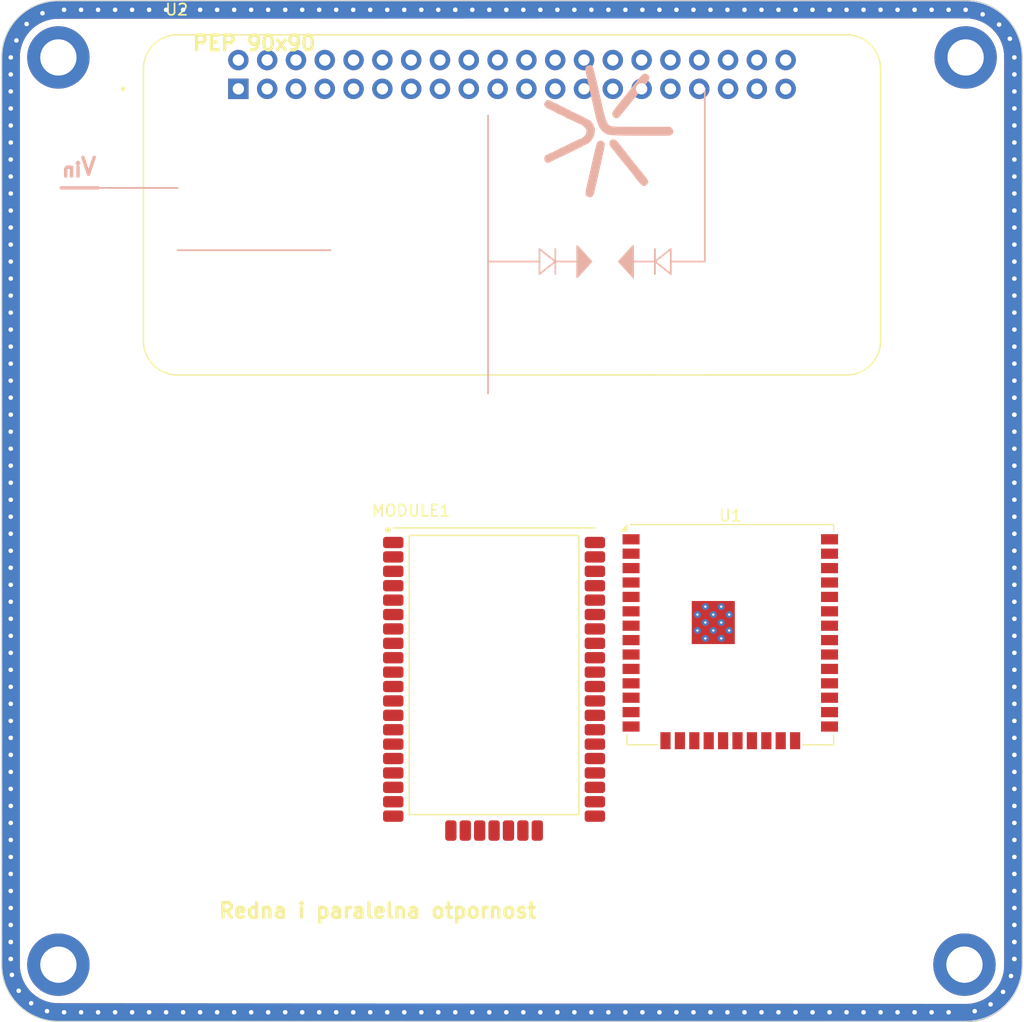
<source format=kicad_pcb>
(kicad_pcb (version 20241229) (generator "pcbnew") (generator_version "9.0")
  (layers (0 "F.Cu" signal) (2 "B.Cu" signal) (13 "F.Paste" user) (15 "B.Paste" user) (5 "F.SilkS" user "F.Silkscreen") (7 "B.SilkS" user "B.Silkscreen") (1 "F.Mask" user) (3 "B.Mask" user) (25 "Edge.Cuts" user))
  (net 0 "")
  (net 1 "Net-(MODULE1-GND-Pad1)")
  (net 35 "Net-(U1-GND-Pad1)")
  (footprint "RF_Module:ESP32-WROOM-32UE" (layer "F.Cu") (at 164.25 105.9)
    (property "Reference" "U1" (at 0 -10.5 0) (layer "F.SilkS"))
    (property "Value" "ESP32-WROOM-32UE")
    (pad "1" smd rect (at -8.75 -8.41) (size 1.5 0.9) (layers "F.Cu" "F.Mask" "F.Paste") (net 35 "Net-(U1-GND-Pad1)"))
    (pad "2" smd rect (at -8.75 -7.14) (size 1.5 0.9) (layers "F.Cu" "F.Mask" "F.Paste"))
    (pad "3" smd rect (at -8.75 -5.87) (size 1.5 0.9) (layers "F.Cu" "F.Mask" "F.Paste"))
    (pad "4" smd rect (at -8.75 -4.6) (size 1.5 0.9) (layers "F.Cu" "F.Mask" "F.Paste"))
    (pad "5" smd rect (at -8.75 -3.33) (size 1.5 0.9) (layers "F.Cu" "F.Mask" "F.Paste"))
    (pad "6" smd rect (at -8.75 -2.06) (size 1.5 0.9) (layers "F.Cu" "F.Mask" "F.Paste"))
    (pad "7" smd rect (at -8.75 -0.79) (size 1.5 0.9) (layers "F.Cu" "F.Mask" "F.Paste"))
    (pad "8" smd rect (at -8.75 0.48) (size 1.5 0.9) (layers "F.Cu" "F.Mask" "F.Paste"))
    (pad "9" smd rect (at -8.75 1.75) (size 1.5 0.9) (layers "F.Cu" "F.Mask" "F.Paste"))
    (pad "10" smd rect (at -8.75 3.02) (size 1.5 0.9) (layers "F.Cu" "F.Mask" "F.Paste"))
    (pad "11" smd rect (at -8.75 4.29) (size 1.5 0.9) (layers "F.Cu" "F.Mask" "F.Paste"))
    (pad "12" smd rect (at -8.75 5.56) (size 1.5 0.9) (layers "F.Cu" "F.Mask" "F.Paste"))
    (pad "13" smd rect (at -8.75 6.83) (size 1.5 0.9) (layers "F.Cu" "F.Mask" "F.Paste"))
    (pad "14" smd rect (at -8.75 8.1) (size 1.5 0.9) (layers "F.Cu" "F.Mask" "F.Paste"))
    (pad "15" smd rect (at -5.715 9.35 90) (size 1.5 0.9) (layers "F.Cu" "F.Mask" "F.Paste") (net 35 "Net-(U1-GND-Pad1)"))
    (pad "16" smd rect (at -4.445 9.35 90) (size 1.5 0.9) (layers "F.Cu" "F.Mask" "F.Paste"))
    (pad "17" smd rect (at -3.175 9.35 90) (size 1.5 0.9) (layers "F.Cu" "F.Mask" "F.Paste"))
    (pad "18" smd rect (at -1.905 9.35 90) (size 1.5 0.9) (layers "F.Cu" "F.Mask" "F.Paste"))
    (pad "19" smd rect (at -0.635 9.35 90) (size 1.5 0.9) (layers "F.Cu" "F.Mask" "F.Paste"))
    (pad "20" smd rect (at 0.635 9.35 90) (size 1.5 0.9) (layers "F.Cu" "F.Mask" "F.Paste"))
    (pad "21" smd rect (at 1.905 9.35 90) (size 1.5 0.9) (layers "F.Cu" "F.Mask" "F.Paste"))
    (pad "22" smd rect (at 3.175 9.35 90) (size 1.5 0.9) (layers "F.Cu" "F.Mask" "F.Paste"))
    (pad "23" smd rect (at 4.445 9.35 90) (size 1.5 0.9) (layers "F.Cu" "F.Mask" "F.Paste"))
    (pad "24" smd rect (at 5.715 9.35 90) (size 1.5 0.9) (layers "F.Cu" "F.Mask" "F.Paste"))
    (pad "25" smd rect (at 8.75 8.1) (size 1.5 0.9) (layers "F.Cu" "F.Mask" "F.Paste"))
    (pad "26" smd rect (at 8.75 6.83) (size 1.5 0.9) (layers "F.Cu" "F.Mask" "F.Paste"))
    (pad "27" smd rect (at 8.75 5.56) (size 1.5 0.9) (layers "F.Cu" "F.Mask" "F.Paste"))
    (pad "28" smd rect (at 8.75 4.29) (size 1.5 0.9) (layers "F.Cu" "F.Mask" "F.Paste"))
    (pad "29" smd rect (at 8.75 3.02) (size 1.5 0.9) (layers "F.Cu" "F.Mask" "F.Paste"))
    (pad "30" smd rect (at 8.75 1.75) (size 1.5 0.9) (layers "F.Cu" "F.Mask" "F.Paste"))
    (pad "31" smd rect (at 8.75 0.48) (size 1.5 0.9) (layers "F.Cu" "F.Mask" "F.Paste"))
    (pad "32" smd rect (at 8.75 -0.79) (size 1.5 0.9) (layers "F.Cu" "F.Mask" "F.Paste"))
    (pad "33" smd rect (at 8.75 -2.06) (size 1.5 0.9) (layers "F.Cu" "F.Mask" "F.Paste"))
    (pad "34" smd rect (at 8.75 -3.33) (size 1.5 0.9) (layers "F.Cu" "F.Mask" "F.Paste"))
    (pad "35" smd rect (at 8.75 -4.6) (size 1.5 0.9) (layers "F.Cu" "F.Mask" "F.Paste"))
    (pad "36" smd rect (at 8.75 -5.87) (size 1.5 0.9) (layers "F.Cu" "F.Mask" "F.Paste"))
    (pad "37" smd rect (at 8.75 -7.14) (size 1.5 0.9) (layers "F.Cu" "F.Mask" "F.Paste"))
    (pad "38" smd rect (at 8.75 -8.41) (size 1.5 0.9) (layers "F.Cu" "F.Mask" "F.Paste") (net 35 "Net-(U1-GND-Pad1)"))
    (pad "39" smd rect (at -2.9 -2.47) (size 0.9 0.9) (layers "F.Cu" "F.Paste") (net 35 "Net-(U1-GND-Pad1)"))
    (pad "39" thru_hole circle (at -2.9 -1.77) (size 0.6 0.6) (drill 0.2) (property pad_prop_heatsink) (layers "*.Cu" "F.Mask") (net 35 "Net-(U1-GND-Pad1)"))
    (pad "39" smd rect (at -2.9 -1.07) (size 0.9 0.9) (layers "F.Cu" "F.Paste") (net 35 "Net-(U1-GND-Pad1)"))
    (pad "39" thru_hole circle (at -2.9 -0.37) (size 0.6 0.6) (drill 0.2) (property pad_prop_heatsink) (layers "*.Cu" "F.Mask") (net 35 "Net-(U1-GND-Pad1)"))
    (pad "39" smd rect (at -2.9 0.33) (size 0.9 0.9) (layers "F.Cu" "F.Paste") (net 35 "Net-(U1-GND-Pad1)"))
    (pad "39" thru_hole circle (at -2.2 -2.47) (size 0.6 0.6) (drill 0.2) (property pad_prop_heatsink) (layers "*.Cu" "F.Mask") (net 35 "Net-(U1-GND-Pad1)"))
    (pad "39" thru_hole circle (at -2.2 -1.07) (size 0.6 0.6) (drill 0.2) (property pad_prop_heatsink) (layers "*.Cu" "F.Mask") (net 35 "Net-(U1-GND-Pad1)"))
    (pad "39" thru_hole circle (at -2.2 0.33) (size 0.6 0.6) (drill 0.2) (property pad_prop_heatsink) (layers "*.Cu" "F.Mask") (net 35 "Net-(U1-GND-Pad1)"))
    (pad "39" smd rect (at -1.5 -2.47) (size 0.9 0.9) (layers "F.Cu" "F.Paste") (net 35 "Net-(U1-GND-Pad1)"))
    (pad "39" thru_hole circle (at -1.5 -1.77) (size 0.6 0.6) (drill 0.2) (property pad_prop_heatsink) (layers "*.Cu" "F.Mask") (net 35 "Net-(U1-GND-Pad1)"))
    (pad "39" smd rect (at -1.5 -1.07) (size 0.9 0.9) (layers "F.Cu" "F.Paste") (net 35 "Net-(U1-GND-Pad1)"))
    (pad "39" smd rect (at -1.5 -1.07) (size 3.8 3.8) (property pad_prop_heatsink) (layers "F.Cu" "F.Mask") (net 35 "Net-(U1-GND-Pad1)"))
    (pad "39" thru_hole circle (at -1.5 -0.37) (size 0.6 0.6) (drill 0.2) (property pad_prop_heatsink) (layers "*.Cu" "F.Mask") (net 35 "Net-(U1-GND-Pad1)"))
    (pad "39" smd rect (at -1.5 0.33) (size 0.9 0.9) (layers "F.Cu" "F.Paste") (net 35 "Net-(U1-GND-Pad1)"))
    (pad "39" thru_hole circle (at -0.8 -2.47) (size 0.6 0.6) (drill 0.2) (property pad_prop_heatsink) (layers "*.Cu" "F.Mask") (net 35 "Net-(U1-GND-Pad1)"))
    (pad "39" thru_hole circle (at -0.8 -1.07) (size 0.6 0.6) (drill 0.2) (property pad_prop_heatsink) (layers "*.Cu" "F.Mask") (net 35 "Net-(U1-GND-Pad1)"))
    (pad "39" thru_hole circle (at -0.8 0.33) (size 0.6 0.6) (drill 0.2) (property pad_prop_heatsink) (layers "*.Cu" "F.Mask") (net 35 "Net-(U1-GND-Pad1)"))
    (pad "39" smd rect (at -0.1 -2.47) (size 0.9 0.9) (layers "F.Cu" "F.Paste") (net 35 "Net-(U1-GND-Pad1)"))
    (pad "39" thru_hole circle (at -0.1 -1.77) (size 0.6 0.6) (drill 0.2) (property pad_prop_heatsink) (layers "*.Cu" "F.Mask") (net 35 "Net-(U1-GND-Pad1)"))
    (pad "39" smd rect (at -0.1 -1.07) (size 0.9 0.9) (layers "F.Cu" "F.Paste") (net 35 "Net-(U1-GND-Pad1)"))
    (pad "39" thru_hole circle (at -0.1 -0.37) (size 0.6 0.6) (drill 0.2) (property pad_prop_heatsink) (layers "*.Cu" "F.Mask") (net 35 "Net-(U1-GND-Pad1)"))
    (pad "39" smd rect (at -0.1 0.33) (size 0.9 0.9) (layers "F.Cu" "F.Paste") (net 35 "Net-(U1-GND-Pad1)"))
  )
  (footprint "MountingHole:MountingHole_3.2mm_M3_ISO14580_Pad_TopBottom" (layer "F.Cu") (at 184.8983 134.9983)
    (property "Reference" "H4" (hide yes))
    (property "Value" "MountingHole" (hide yes))
    (pad "1" thru_hole circle (at 0 0) (size 3.6 3.6) (drill 3.2) (layers "*.Cu" "*.Mask"))
    (pad "1" connect circle (at 0 0) (size 5.5 5.5) (layers "F.Cu" "F.Mask"))
    (pad "1" connect circle (at 0 0) (size 5.5 5.5) (layers "B.Cu" "B.Mask"))
  )
  (footprint "probe_sys1:MODULE_RASPBERRY_PI_ZERO_2_W" (layer "F.Cu") (at 145 68)
    (property "Reference" "U2" (at -29.569 -17.2162 0) (layer "F.SilkS") (effects (font (size 1.00189 1.00189))))
    (property "Value" "RASPBERRY_PI_ZERO_2_W")
    (pad "" np_thru_hole circle (at -29 -11.5) (size 2.75 2.75) (drill 2.75) (layers "*.Cu" "*.Mask"))
    (pad "" np_thru_hole circle (at -29 11.5) (size 2.75 2.75) (drill 2.75) (layers "*.Cu" "*.Mask"))
    (pad "" np_thru_hole circle (at 29 -11.5) (size 2.75 2.75) (drill 2.75) (layers "*.Cu" "*.Mask"))
    (pad "" np_thru_hole circle (at 29 11.5) (size 2.75 2.75) (drill 2.75) (layers "*.Cu" "*.Mask"))
    (pad "1" thru_hole rect (at -24.13 -10.23) (size 1.8 1.8) (drill 1) (layers "*.Cu" "*.Mask"))
    (pad "2" thru_hole circle (at -24.13 -12.77) (size 1.8 1.8) (drill 1) (layers "*.Cu" "*.Mask"))
    (pad "3" thru_hole circle (at -21.59 -10.23) (size 1.8 1.8) (drill 1) (layers "*.Cu" "*.Mask"))
    (pad "4" thru_hole circle (at -21.59 -12.77) (size 1.8 1.8) (drill 1) (layers "*.Cu" "*.Mask"))
    (pad "5" thru_hole circle (at -19.05 -10.23) (size 1.8 1.8) (drill 1) (layers "*.Cu" "*.Mask"))
    (pad "6" thru_hole circle (at -19.05 -12.77) (size 1.8 1.8) (drill 1) (layers "*.Cu" "*.Mask"))
    (pad "7" thru_hole circle (at -16.51 -10.23) (size 1.8 1.8) (drill 1) (layers "*.Cu" "*.Mask"))
    (pad "8" thru_hole circle (at -16.51 -12.77) (size 1.8 1.8) (drill 1) (layers "*.Cu" "*.Mask"))
    (pad "9" thru_hole circle (at -13.97 -10.23) (size 1.8 1.8) (drill 1) (layers "*.Cu" "*.Mask"))
    (pad "10" thru_hole circle (at -13.97 -12.77) (size 1.8 1.8) (drill 1) (layers "*.Cu" "*.Mask"))
    (pad "11" thru_hole circle (at -11.43 -10.23) (size 1.8 1.8) (drill 1) (layers "*.Cu" "*.Mask"))
    (pad "12" thru_hole circle (at -11.43 -12.77) (size 1.8 1.8) (drill 1) (layers "*.Cu" "*.Mask"))
    (pad "13" thru_hole circle (at -8.89 -10.23) (size 1.8 1.8) (drill 1) (layers "*.Cu" "*.Mask"))
    (pad "14" thru_hole circle (at -8.89 -12.77) (size 1.8 1.8) (drill 1) (layers "*.Cu" "*.Mask"))
    (pad "15" thru_hole circle (at -6.35 -10.23) (size 1.8 1.8) (drill 1) (layers "*.Cu" "*.Mask"))
    (pad "16" thru_hole circle (at -6.35 -12.77) (size 1.8 1.8) (drill 1) (layers "*.Cu" "*.Mask"))
    (pad "17" thru_hole circle (at -3.81 -10.23) (size 1.8 1.8) (drill 1) (layers "*.Cu" "*.Mask"))
    (pad "18" thru_hole circle (at -3.81 -12.77) (size 1.8 1.8) (drill 1) (layers "*.Cu" "*.Mask"))
    (pad "19" thru_hole circle (at -1.27 -10.23) (size 1.8 1.8) (drill 1) (layers "*.Cu" "*.Mask"))
    (pad "20" thru_hole circle (at -1.27 -12.77) (size 1.8 1.8) (drill 1) (layers "*.Cu" "*.Mask"))
    (pad "21" thru_hole circle (at 1.27 -10.23) (size 1.8 1.8) (drill 1) (layers "*.Cu" "*.Mask"))
    (pad "22" thru_hole circle (at 1.27 -12.77) (size 1.8 1.8) (drill 1) (layers "*.Cu" "*.Mask"))
    (pad "23" thru_hole circle (at 3.81 -10.23) (size 1.8 1.8) (drill 1) (layers "*.Cu" "*.Mask"))
    (pad "24" thru_hole circle (at 3.81 -12.77) (size 1.8 1.8) (drill 1) (layers "*.Cu" "*.Mask"))
    (pad "25" thru_hole circle (at 6.35 -10.23) (size 1.8 1.8) (drill 1) (layers "*.Cu" "*.Mask"))
    (pad "26" thru_hole circle (at 6.35 -12.77) (size 1.8 1.8) (drill 1) (layers "*.Cu" "*.Mask"))
    (pad "27" thru_hole circle (at 8.89 -10.23) (size 1.8 1.8) (drill 1) (layers "*.Cu" "*.Mask"))
    (pad "28" thru_hole circle (at 8.89 -12.77) (size 1.8 1.8) (drill 1) (layers "*.Cu" "*.Mask"))
    (pad "29" thru_hole circle (at 11.43 -10.23) (size 1.8 1.8) (drill 1) (layers "*.Cu" "*.Mask"))
    (pad "30" thru_hole circle (at 11.43 -12.77) (size 1.8 1.8) (drill 1) (layers "*.Cu" "*.Mask"))
    (pad "31" thru_hole circle (at 13.97 -10.23) (size 1.8 1.8) (drill 1) (layers "*.Cu" "*.Mask"))
    (pad "32" thru_hole circle (at 13.97 -12.77) (size 1.8 1.8) (drill 1) (layers "*.Cu" "*.Mask"))
    (pad "33" thru_hole circle (at 16.51 -10.23) (size 1.8 1.8) (drill 1) (layers "*.Cu" "*.Mask"))
    (pad "34" thru_hole circle (at 16.51 -12.77) (size 1.8 1.8) (drill 1) (layers "*.Cu" "*.Mask"))
    (pad "35" thru_hole circle (at 19.05 -10.23) (size 1.8 1.8) (drill 1) (layers "*.Cu" "*.Mask"))
    (pad "36" thru_hole circle (at 19.05 -12.77) (size 1.8 1.8) (drill 1) (layers "*.Cu" "*.Mask"))
    (pad "37" thru_hole circle (at 21.59 -10.23) (size 1.8 1.8) (drill 1) (layers "*.Cu" "*.Mask"))
    (pad "38" thru_hole circle (at 21.59 -12.77) (size 1.8 1.8) (drill 1) (layers "*.Cu" "*.Mask"))
    (pad "39" thru_hole circle (at 24.13 -10.23) (size 1.8 1.8) (drill 1) (layers "*.Cu" "*.Mask"))
    (pad "40" thru_hole circle (at 24.13 -12.77) (size 1.8 1.8) (drill 1) (layers "*.Cu" "*.Mask"))
  )
  (footprint "MountingHole:MountingHole_3.2mm_M3_ISO14580_Pad_TopBottom" (layer "F.Cu") (at 105 55)
    (property "Reference" "H2" (hide yes))
    (property "Value" "MountingHole")
    (pad "1" thru_hole circle (at 0 0) (size 3.6 3.6) (drill 3.2) (layers "*.Cu" "*.Mask"))
    (pad "1" connect circle (at 0 0) (size 5.5 5.5) (layers "F.Cu" "F.Mask"))
    (pad "1" connect circle (at 0 0) (size 5.5 5.5) (layers "B.Cu" "B.Mask"))
  )
  (footprint "probe_sys1:RN2483-I_RM095" (layer "F.Cu") (at 143.4185 109.8385)
    (property "Reference" "MODULE1" (at -7.32885 -14.87273 0) (layer "F.SilkS") (effects (font (size 1.00052 1.00052))))
    (property "Value" "RN2483-I_RM095")
    (pad "1" smd roundrect (at -8.89 -12.065) (size 1.8 1) (layers "F.Cu" "F.Mask" "F.Paste") (roundrect_rratio 0.2460629921) (net 1 "Net-(MODULE1-GND-Pad1)"))
    (pad "2" smd roundrect (at -8.89 -10.795) (size 1.8 1) (layers "F.Cu" "F.Mask" "F.Paste") (roundrect_rratio 0.2460629921))
    (pad "3" smd roundrect (at -8.89 -9.525) (size 1.8 1) (layers "F.Cu" "F.Mask" "F.Paste") (roundrect_rratio 0.2460629921))
    (pad "4" smd roundrect (at -8.89 -8.255) (size 1.8 1) (layers "F.Cu" "F.Mask" "F.Paste") (roundrect_rratio 0.2460629921))
    (pad "5" smd roundrect (at -8.89 -6.985) (size 1.8 1) (layers "F.Cu" "F.Mask" "F.Paste") (roundrect_rratio 0.2460629921))
    (pad "6" smd roundrect (at -8.89 -5.715) (size 1.8 1) (layers "F.Cu" "F.Mask" "F.Paste") (roundrect_rratio 0.2460629921))
    (pad "7" smd roundrect (at -8.89 -4.445) (size 1.8 1) (layers "F.Cu" "F.Mask" "F.Paste") (roundrect_rratio 0.2460629921))
    (pad "8" smd roundrect (at -8.89 -3.175) (size 1.8 1) (layers "F.Cu" "F.Mask" "F.Paste") (roundrect_rratio 0.2460629921) (net 1 "Net-(MODULE1-GND-Pad1)"))
    (pad "9" smd roundrect (at -8.89 -1.905) (size 1.8 1) (layers "F.Cu" "F.Mask" "F.Paste") (roundrect_rratio 0.2460629921))
    (pad "10" smd roundrect (at -8.89 -0.635) (size 1.8 1) (layers "F.Cu" "F.Mask" "F.Paste") (roundrect_rratio 0.2460629921))
    (pad "11" smd roundrect (at -8.89 0.635) (size 1.8 1) (layers "F.Cu" "F.Mask" "F.Paste") (roundrect_rratio 0.2460629921) (net 1 "Net-(MODULE1-GND-Pad1)"))
    (pad "12" smd roundrect (at -8.89 1.905) (size 1.8 1) (layers "F.Cu" "F.Mask" "F.Paste") (roundrect_rratio 0.2460629921))
    (pad "13" smd roundrect (at -8.89 3.175) (size 1.8 1) (layers "F.Cu" "F.Mask" "F.Paste") (roundrect_rratio 0.2460629921))
    (pad "14" smd roundrect (at -8.89 4.445) (size 1.8 1) (layers "F.Cu" "F.Mask" "F.Paste") (roundrect_rratio 0.2460629921))
    (pad "15" smd roundrect (at -8.89 5.715) (size 1.8 1) (layers "F.Cu" "F.Mask" "F.Paste") (roundrect_rratio 0.2460629921))
    (pad "16" smd roundrect (at -8.89 6.985) (size 1.8 1) (layers "F.Cu" "F.Mask" "F.Paste") (roundrect_rratio 0.2460629921))
    (pad "17" smd roundrect (at -8.89 8.255) (size 1.8 1) (layers "F.Cu" "F.Mask" "F.Paste") (roundrect_rratio 0.2460629921))
    (pad "18" smd roundrect (at -8.89 9.525) (size 1.8 1) (layers "F.Cu" "F.Mask" "F.Paste") (roundrect_rratio 0.2460629921))
    (pad "19" smd roundrect (at -8.89 10.795) (size 1.8 1) (layers "F.Cu" "F.Mask" "F.Paste") (roundrect_rratio 0.2460629921))
    (pad "20" smd roundrect (at -8.89 12.065) (size 1.8 1) (layers "F.Cu" "F.Mask" "F.Paste") (roundrect_rratio 0.2460629921) (net 1 "Net-(MODULE1-GND-Pad1)"))
    (pad "21" smd roundrect (at -3.81 13.335) (size 1 1.8) (layers "F.Cu" "F.Mask" "F.Paste") (roundrect_rratio 0.2460629921) (net 1 "Net-(MODULE1-GND-Pad1)"))
    (pad "22" smd roundrect (at -2.54 13.335) (size 1 1.8) (layers "F.Cu" "F.Mask" "F.Paste") (roundrect_rratio 0.2460629921) (net 1 "Net-(MODULE1-GND-Pad1)"))
    (pad "23" smd roundrect (at -1.27 13.335) (size 1 1.8) (layers "F.Cu" "F.Mask" "F.Paste") (roundrect_rratio 0.2460629921))
    (pad "24" smd roundrect (at 0 13.335) (size 1 1.8) (layers "F.Cu" "F.Mask" "F.Paste") (roundrect_rratio 0.2460629921) (net 1 "Net-(MODULE1-GND-Pad1)"))
    (pad "25" smd roundrect (at 1.27 13.335) (size 1 1.8) (layers "F.Cu" "F.Mask" "F.Paste") (roundrect_rratio 0.2460629921))
    (pad "26" smd roundrect (at 2.54 13.335) (size 1 1.8) (layers "F.Cu" "F.Mask" "F.Paste") (roundrect_rratio 0.2460629921) (net 1 "Net-(MODULE1-GND-Pad1)"))
    (pad "27" smd roundrect (at 3.81 13.335) (size 1 1.8) (layers "F.Cu" "F.Mask" "F.Paste") (roundrect_rratio 0.2460629921) (net 1 "Net-(MODULE1-GND-Pad1)"))
    (pad "28" smd roundrect (at 8.89 12.065) (size 1.8 1) (layers "F.Cu" "F.Mask" "F.Paste") (roundrect_rratio 0.2460629921) (net 1 "Net-(MODULE1-GND-Pad1)"))
    (pad "29" smd roundrect (at 8.89 10.795) (size 1.8 1) (layers "F.Cu" "F.Mask" "F.Paste") (roundrect_rratio 0.2460629921))
    (pad "30" smd roundrect (at 8.89 9.525) (size 1.8 1) (layers "F.Cu" "F.Mask" "F.Paste") (roundrect_rratio 0.2460629921))
    (pad "31" smd roundrect (at 8.89 8.255) (size 1.8 1) (layers "F.Cu" "F.Mask" "F.Paste") (roundrect_rratio 0.2460629921))
    (pad "32" smd roundrect (at 8.89 6.985) (size 1.8 1) (layers "F.Cu" "F.Mask" "F.Paste") (roundrect_rratio 0.2460629921))
    (pad "33" smd roundrect (at 8.89 5.715) (size 1.8 1) (layers "F.Cu" "F.Mask" "F.Paste") (roundrect_rratio 0.2460629921) (net 1 "Net-(MODULE1-GND-Pad1)"))
    (pad "34" smd roundrect (at 8.89 4.445) (size 1.8 1) (layers "F.Cu" "F.Mask" "F.Paste") (roundrect_rratio 0.2460629921))
    (pad "35" smd roundrect (at 8.89 3.175) (size 1.8 1) (layers "F.Cu" "F.Mask" "F.Paste") (roundrect_rratio 0.2460629921))
    (pad "36" smd roundrect (at 8.89 1.905) (size 1.8 1) (layers "F.Cu" "F.Mask" "F.Paste") (roundrect_rratio 0.2460629921))
    (pad "37" smd roundrect (at 8.89 0.635) (size 1.8 1) (layers "F.Cu" "F.Mask" "F.Paste") (roundrect_rratio 0.2460629921))
    (pad "38" smd roundrect (at 8.89 -0.635) (size 1.8 1) (layers "F.Cu" "F.Mask" "F.Paste") (roundrect_rratio 0.2460629921))
    (pad "39" smd roundrect (at 8.89 -1.905) (size 1.8 1) (layers "F.Cu" "F.Mask" "F.Paste") (roundrect_rratio 0.2460629921))
    (pad "40" smd roundrect (at 8.89 -3.175) (size 1.8 1) (layers "F.Cu" "F.Mask" "F.Paste") (roundrect_rratio 0.2460629921))
    (pad "41" smd roundrect (at 8.89 -4.445) (size 1.8 1) (layers "F.Cu" "F.Mask" "F.Paste") (roundrect_rratio 0.2460629921) (net 1 "Net-(MODULE1-GND-Pad1)"))
    (pad "42" smd roundrect (at 8.89 -5.715) (size 1.8 1) (layers "F.Cu" "F.Mask" "F.Paste") (roundrect_rratio 0.2460629921))
    (pad "43" smd roundrect (at 8.89 -6.985) (size 1.8 1) (layers "F.Cu" "F.Mask" "F.Paste") (roundrect_rratio 0.2460629921))
    (pad "44" smd roundrect (at 8.89 -8.255) (size 1.8 1) (layers "F.Cu" "F.Mask" "F.Paste") (roundrect_rratio 0.2460629921))
    (pad "45" smd roundrect (at 8.89 -9.525) (size 1.8 1) (layers "F.Cu" "F.Mask" "F.Paste") (roundrect_rratio 0.2460629921))
    (pad "46" smd roundrect (at 8.89 -10.795) (size 1.8 1) (layers "F.Cu" "F.Mask" "F.Paste") (roundrect_rratio 0.2460629921))
    (pad "47" smd roundrect (at 8.89 -12.065) (size 1.8 1) (layers "F.Cu" "F.Mask" "F.Paste") (roundrect_rratio 0.2460629921) (net 1 "Net-(MODULE1-GND-Pad1)"))
  )
  (footprint "MountingHole:MountingHole_3.2mm_M3_ISO14580_Pad_TopBottom" (layer "F.Cu") (at 105 135 -90)
    (property "Reference" "H1" (hide yes))
    (property "Value" "MountingHole" (hide yes))
    (pad "1" thru_hole circle (at 0 0 270) (size 3.6 3.6) (drill 3.2) (layers "*.Cu" "*.Mask"))
    (pad "1" connect circle (at 0 0 270) (size 5.5 5.5) (layers "F.Cu" "F.Mask"))
    (pad "1" connect circle (at 0 0 270) (size 5.5 5.5) (layers "B.Cu" "B.Mask"))
  )
  (footprint "MountingHole:MountingHole_3.2mm_M3_ISO14580_Pad_TopBottom" (layer "F.Cu") (at 185 55)
    (property "Reference" "H3" (hide yes))
    (property "Value" "MountingHole")
    (pad "1" thru_hole circle (at 0 0) (size 3.6 3.6) (drill 3.2) (layers "*.Cu" "*.Mask"))
    (pad "1" connect circle (at 0 0) (size 5.5 5.5) (layers "F.Cu" "F.Mask"))
    (pad "1" connect circle (at 0 0) (size 5.5 5.5) (layers "B.Cu" "B.Mask"))
  )
  (footprint "logo:logo" (layer "B.Cu") (at 153.5 61.5 180)
    (property "Reference" "G***" (hide yes))
    (property "Value" "LOGO" (hide yes))
  )
  (gr_line (start 100.8 55) (end 100.8 135) (stroke (width 1.6)) (layer "F.Cu"))
  (gr_arc (start 105.01393 139.2) (mid 102.035064 137.974786) (end 100.8 135) (stroke (width 1.6)) (layer "F.Cu"))
  (gr_arc (start 100.8 55) (mid 102.025225 52.021154) (end 105 50.78607) (stroke (width 1.6)) (layer "F.Cu"))
  (gr_line (start 105.01393 139.2) (end 185 139.263521) (stroke (width 1.6)) (layer "F.Cu"))
  (gr_line (start 189.2 135) (end 189.2 55) (stroke (width 1.6)) (layer "F.Cu"))
  (gr_line (start 184.98607 50.750409) (end 105 50.78607) (stroke (width 1.6)) (layer "F.Cu"))
  (gr_arc (start 189.2 135.049591) (mid 187.974778 138.028443) (end 185 139.263521) (stroke (width 1.6)) (layer "F.Cu"))
  (gr_arc (start 184.98607 50.750409) (mid 187.964962 51.975594) (end 189.2 54.950409) (stroke (width 1.6)) (layer "F.Cu"))
  (gr_arc (start 100.8 55) (mid 102.025225 52.021154) (end 105 50.78607) (stroke (width 1.6)) (layer "B.Cu"))
  (gr_line (start 105.01393 139.2) (end 185 139.263521) (stroke (width 1.6)) (layer "B.Cu"))
  (gr_line (start 189.2 135) (end 189.2 55) (stroke (width 1.6)) (layer "B.Cu"))
  (gr_line (start 100.8 55) (end 100.8 135) (stroke (width 1.6)) (layer "B.Cu"))
  (gr_arc (start 189.2 135.049591) (mid 187.974778 138.028443) (end 185 139.263521) (stroke (width 1.6)) (layer "B.Cu"))
  (gr_arc (start 184.98607 50.750409) (mid 187.964962 51.975594) (end 189.2 54.950409) (stroke (width 1.6)) (layer "B.Cu"))
  (gr_arc (start 105.01393 139.2) (mid 102.035064 137.974786) (end 100.8 135) (stroke (width 1.6)) (layer "B.Cu"))
  (gr_line (start 184.98607 50.750409) (end 105 50.78607) (stroke (width 1.6)) (layer "B.Cu"))
  (gr_line (start 147.423982 71.89638) (end 148.823982 72.99638) (stroke (width 0.15)) (layer "B.SilkS"))
  (gr_poly (pts (xy 150.75 71.625) (xy 150.75 74.375) (xy 152 73)) (stroke (width 0.15)) (fill yes) (layer "B.SilkS"))
  (gr_line (start 162 57.725) (end 162 73) (stroke (width 0.15)) (layer "B.SilkS"))
  (gr_line (start 157.6 74.09638) (end 157.6 71.89638) (stroke (width 0.15)) (layer "B.SilkS"))
  (gr_line (start 147.423982 74.09638) (end 147.423982 71.89638) (stroke (width 0.15)) (layer "B.SilkS"))
  (gr_line (start 148.823982 72.99638) (end 147.423982 74.09638) (stroke (width 0.15)) (layer "B.SilkS"))
  (gr_line (start 159 74.09638) (end 159 71.89638) (stroke (width 0.15)) (layer "B.SilkS"))
  (gr_line (start 157.6 72.99638) (end 159 74.09638) (stroke (width 0.15)) (layer "B.SilkS"))
  (gr_line (start 106 66.5) (end 115.5 66.5) (stroke (width 0.15)) (layer "B.SilkS"))
  (gr_line (start 159 71.89638) (end 157.6 72.99638) (stroke (width 0.15)) (layer "B.SilkS"))
  (gr_line (start 142.8875 60.125) (end 142.8875 84.625) (stroke (width 0.15)) (layer "B.SilkS"))
  (gr_line (start 162 73) (end 159 72.99638) (stroke (width 0.15)) (layer "B.SilkS"))
  (gr_line (start 148.823982 74.09638) (end 148.823982 71.89638) (stroke (width 0.15)) (layer "B.SilkS"))
  (gr_line (start 148.823982 72.99638) (end 151.5 73) (stroke (width 0.15)) (layer "B.SilkS"))
  (gr_line (start 115.5 66.5) (end 109.5 66.5) (stroke (width 0.15)) (layer "B.SilkS"))
  (gr_poly (pts (xy 155.673982 71.625) (xy 155.673982 74.375) (xy 154.423982 73)) (stroke (width 0.15)) (fill yes) (layer "B.SilkS"))
  (gr_line (start 147.423982 72.99638) (end 143 73) (stroke (width 0.15)) (layer "B.SilkS"))
  (gr_line (start 108.5 66.5) (end 105.25 66.5) (stroke (width 0.3)) (layer "B.SilkS"))
  (gr_line (start 115.5 72) (end 129 72) (stroke (width 0.15)) (layer "B.SilkS"))
  (gr_line (start 157.6 72.99638) (end 154.923982 73) (stroke (width 0.15)) (layer "B.SilkS"))
  (gr_line (start 190 135) (end 190 55) (stroke (width 0.1)) (layer "Edge.Cuts"))
  (gr_arc (start 185 50) (mid 188.535534 51.464466) (end 190 55) (stroke (width 0.1)) (layer "Edge.Cuts"))
  (gr_arc (start 100 55) (mid 101.464466 51.464466) (end 105 50) (stroke (width 0.1)) (layer "Edge.Cuts"))
  (gr_arc (start 190 135) (mid 188.535534 138.535534) (end 185 140) (stroke (width 0.1)) (layer "Edge.Cuts"))
  (gr_line (start 100 55) (end 100 135) (stroke (width 0.1)) (layer "Edge.Cuts"))
  (gr_line (start 105 140) (end 185 140) (stroke (width 0.1)) (layer "Edge.Cuts"))
  (gr_arc (start 105 140) (mid 101.464466 138.535534) (end 100 135) (stroke (width 0.1)) (layer "Edge.Cuts"))
  (gr_line (start 185 50) (end 105 50) (stroke (width 0.1)) (layer "Edge.Cuts"))
  (gr_text "Redna i paralelna otpornost" (at 119 131 0) (layer "F.SilkS") (effects (font (size 1.3 1.3) (thickness 0.3) (bold yes)) (justify left bottom)))
  (gr_text "PEP 90x90" (at 116.68 54.5 0) (layer "F.SilkS") (effects (font (size 1.3 1.3) (thickness 0.3) (bold yes)) (justify left bottom)))
  (gr_text "V_{in}\n" (at 108.5 65.5 0) (layer "B.SilkS") (effects (font (size 1.5 1.5) (thickness 0.3) (bold yes)) (justify left bottom mirror)))
  (via (at 189.3 122.5) (size 0.8) (drill 0.4) (layers "F.Cu" "B.Cu") (net 0))
  (via (at 100.8 98.5) (size 0.8) (drill 0.4) (layers "F.Cu" "B.Cu") (net 0))
  (via (at 155 139.2) (size 0.8) (drill 0.4) (layers "F.Cu" "B.Cu") (net 0))
  (via (at 122 139.2) (size 0.8) (drill 0.4) (layers "F.Cu" "B.Cu") (net 0))
  (via (at 100.8 128.5) (size 0.8) (drill 0.4) (layers "F.Cu" "B.Cu") (net 0))
  (via (at 164 139.2) (size 0.8) (drill 0.4) (layers "F.Cu" "B.Cu") (net 0))
  (via (at 185 50.8) (size 0.8) (drill 0.4) (layers "F.Cu" "B.Cu") (net 0))
  (via (at 144.5 50.8) (size 0.8) (drill 0.4) (layers "F.Cu" "B.Cu") (net 0))
  (via (at 100.8 116.5) (size 0.8) (drill 0.4) (layers "F.Cu" "B.Cu") (net 0))
  (via (at 158 50.8) (size 0.8) (drill 0.4) (layers "F.Cu" "B.Cu") (net 0))
  (via (at 147.5 139.2) (size 0.8) (drill 0.4) (layers "F.Cu" "B.Cu") (net 0))
  (via (at 100.8 61) (size 0.8) (drill 0.4) (layers "F.Cu" "B.Cu") (net 0))
  (via (at 100.8 65.5) (size 0.8) (drill 0.4) (layers "F.Cu" "B.Cu") (net 0))
  (via (at 100.8 85) (size 0.8) (drill 0.4) (layers "F.Cu" "B.Cu") (net 0))
  (via (at 189.3 100) (size 0.8) (drill 0.4) (layers "F.Cu" "B.Cu") (net 0))
  (via (at 116 50.8) (size 0.8) (drill 0.4) (layers "F.Cu" "B.Cu") (net 0))
  (via (at 123.5 50.8) (size 0.8) (drill 0.4) (layers "F.Cu" "B.Cu") (net 0))
  (via (at 100.8 73) (size 0.8) (drill 0.4) (layers "F.Cu" "B.Cu") (net 0))
  (via (at 105.5 139.2) (size 0.8) (drill 0.4) (layers "F.Cu" "B.Cu") (net 0))
  (via (at 189.3 134.5) (size 0.8) (drill 0.4) (layers "F.Cu" "B.Cu") (net 0))
  (via (at 189.3 71.5) (size 0.8) (drill 0.4) (layers "F.Cu" "B.Cu") (net 0))
  (via (at 103.6 51.1) (size 0.8) (drill 0.4) (layers "F.Cu" "B.Cu") (net 0))
  (via (at 156.5 139.2) (size 0.8) (drill 0.4) (layers "F.Cu" "B.Cu") (net 0))
  (via (at 189.3 56.5) (size 0.8) (drill 0.4) (layers "F.Cu" "B.Cu") (net 0))
  (via (at 116 139.2) (size 0.8) (drill 0.4) (layers "F.Cu" "B.Cu") (net 0))
  (via (at 100.8 86.5) (size 0.8) (drill 0.4) (layers "F.Cu" "B.Cu") (net 0))
  (via (at 149 50.8) (size 0.8) (drill 0.4) (layers "F.Cu" "B.Cu") (net 0))
  (via (at 140 50.8) (size 0.8) (drill 0.4) (layers "F.Cu" "B.Cu") (net 0))
  (via (at 176 139.2) (size 0.8) (drill 0.4) (layers "F.Cu" "B.Cu") (net 0))
  (via (at 101.5 137.3) (size 0.8) (drill 0.4) (layers "F.Cu" "B.Cu") (net 0))
  (via (at 174.5 139.2) (size 0.8) (drill 0.4) (layers "F.Cu" "B.Cu") (net 0))
  (via (at 189.3 133) (size 0.8) (drill 0.4) (layers "F.Cu" "B.Cu") (net 0))
  (via (at 107 50.8) (size 0.8) (drill 0.4) (layers "F.Cu" "B.Cu") (net 0))
  (via (at 158 139.2) (size 0.8) (drill 0.4) (layers "F.Cu" "B.Cu") (net 0))
  (via (at 120.5 50.8) (size 0.8) (drill 0.4) (layers "F.Cu" "B.Cu") (net 0))
  (via (at 100.8 115) (size 0.8) (drill 0.4) (layers "F.Cu" "B.Cu") (net 0))
  (via (at 188.9 53.35) (size 0.8) (drill 0.4) (layers "F.Cu" "B.Cu") (net 0))
  (via (at 189.3 116.5) (size 0.8) (drill 0.4) (layers "F.Cu" "B.Cu") (net 0))
  (via (at 100.8 100) (size 0.8) (drill 0.4) (layers "F.Cu" "B.Cu") (net 0))
  (via (at 189.3 73) (size 0.8) (drill 0.4) (layers "F.Cu" "B.Cu") (net 0))
  (via (at 111.5 50.8) (size 0.8) (drill 0.4) (layers "F.Cu" "B.Cu") (net 0))
  (via (at 100.8 106) (size 0.8) (drill 0.4) (layers "F.Cu" "B.Cu") (net 0))
  (via (at 189.3 80.5) (size 0.8) (drill 0.4) (layers "F.Cu" "B.Cu") (net 0))
  (via (at 189.3 124) (size 0.8) (drill 0.4) (layers "F.Cu" "B.Cu") (net 0))
  (via (at 105.5 50.8) (size 0.8) (drill 0.4) (layers "F.Cu" "B.Cu") (net 0))
  (via (at 125 50.8) (size 0.8) (drill 0.4) (layers "F.Cu" "B.Cu") (net 0))
  (via (at 110 139.2) (size 0.8) (drill 0.4) (layers "F.Cu" "B.Cu") (net 0))
  (via (at 159.5 139.2) (size 0.8) (drill 0.4) (layers "F.Cu" "B.Cu") (net 0))
  (via (at 100.8 95.5) (size 0.8) (drill 0.4) (layers "F.Cu" "B.Cu") (net 0))
  (via (at 108.5 50.8) (size 0.8) (drill 0.4) (layers "F.Cu" "B.Cu") (net 0))
  (via (at 189.3 107.5) (size 0.8) (drill 0.4) (layers "F.Cu" "B.Cu") (net 0))
  (via (at 155 50.8) (size 0.8) (drill 0.4) (layers "F.Cu" "B.Cu") (net 0))
  (via (at 141.5 50.8) (size 0.8) (drill 0.4) (layers "F.Cu" "B.Cu") (net 0))
  (via (at 125 139.2) (size 0.8) (drill 0.4) (layers "F.Cu" "B.Cu") (net 0))
  (via (at 189.3 127) (size 0.8) (drill 0.4) (layers "F.Cu" "B.Cu") (net 0))
  (via (at 165.5 139.2) (size 0.8) (drill 0.4) (layers "F.Cu" "B.Cu") (net 0))
  (via (at 189.3 85) (size 0.8) (drill 0.4) (layers "F.Cu" "B.Cu") (net 0))
  (via (at 147.5 50.8) (size 0.8) (drill 0.4) (layers "F.Cu" "B.Cu") (net 0))
  (via (at 161 139.2) (size 0.8) (drill 0.4) (layers "F.Cu" "B.Cu") (net 0))
  (via (at 100.8 112) (size 0.8) (drill 0.4) (layers "F.Cu" "B.Cu") (net 0))
  (via (at 153.5 139.2) (size 0.8) (drill 0.4) (layers "F.Cu" "B.Cu") (net 0))
  (via (at 189.3 113.5) (size 0.8) (drill 0.4) (layers "F.Cu" "B.Cu") (net 0))
  (via (at 100.8 79) (size 0.8) (drill 0.4) (layers "F.Cu" "B.Cu") (net 0))
  (via (at 187.95 52.1) (size 0.8) (drill 0.4) (layers "F.Cu" "B.Cu") (net 0))
  (via (at 189.3 88) (size 0.8) (drill 0.4) (layers "F.Cu" "B.Cu") (net 0))
  (via (at 137 50.8) (size 0.8) (drill 0.4) (layers "F.Cu" "B.Cu") (net 0))
  (via (at 100.8 97) (size 0.8) (drill 0.4) (layers "F.Cu" "B.Cu") (net 0))
  (via (at 128 50.8) (size 0.8) (drill 0.4) (layers "F.Cu" "B.Cu") (net 0))
  (via (at 102.6 138.4) (size 0.8) (drill 0.4) (layers "F.Cu" "B.Cu") (net 0))
  (via (at 182 50.8) (size 0.8) (drill 0.4) (layers "F.Cu" "B.Cu") (net 0))
  (via (at 189.3 121) (size 0.8) (drill 0.4) (layers "F.Cu" "B.Cu") (net 0))
  (via (at 100.8 71.5) (size 0.8) (drill 0.4) (layers "F.Cu" "B.Cu") (net 0))
  (via (at 100.8 55) (size 0.8) (drill 0.4) (layers "F.Cu" "B.Cu") (net 0))
  (via (at 153.5 50.8) (size 0.8) (drill 0.4) (layers "F.Cu" "B.Cu") (net 0))
  (via (at 189.3 131.5) (size 0.8) (drill 0.4) (layers "F.Cu" "B.Cu") (net 0))
  (via (at 114.5 139.2) (size 0.8) (drill 0.4) (layers "F.Cu" "B.Cu") (net 0))
  (via (at 100.8 64) (size 0.8) (drill 0.4) (layers "F.Cu" "B.Cu") (net 0))
  (via (at 141.5 139.2) (size 0.8) (drill 0.4) (layers "F.Cu" "B.Cu") (net 0))
  (via (at 189.3 89.5) (size 0.8) (drill 0.4) (layers "F.Cu" "B.Cu") (net 0))
  (via (at 162.5 139.2) (size 0.8) (drill 0.4) (layers "F.Cu" "B.Cu") (net 0))
  (via (at 100.8 133) (size 0.8) (drill 0.4) (layers "F.Cu" "B.Cu") (net 0))
  (via (at 189.3 91) (size 0.8) (drill 0.4) (layers "F.Cu" "B.Cu") (net 0))
  (via (at 161 50.8) (size 0.8) (drill 0.4) (layers "F.Cu" "B.Cu") (net 0))
  (via (at 100.8 121) (size 0.8) (drill 0.4) (layers "F.Cu" "B.Cu") (net 0))
  (via (at 189.3 133) (size 0.8) (drill 0.4) (layers "F.Cu" "B.Cu") (net 0))
  (via (at 146 139.2) (size 0.8) (drill 0.4) (layers "F.Cu" "B.Cu") (net 0))
  (via (at 100.8 68.5) (size 0.8) (drill 0.4) (layers "F.Cu" "B.Cu") (net 0))
  (via (at 189.3 104.5) (size 0.8) (drill 0.4) (layers "F.Cu" "B.Cu") (net 0))
  (via (at 177.5 50.8) (size 0.8) (drill 0.4) (layers "F.Cu" "B.Cu") (net 0))
  (via (at 167 139.2) (size 0.8) (drill 0.4) (layers "F.Cu" "B.Cu") (net 0))
  (via (at 189.3 115) (size 0.8) (drill 0.4) (layers "F.Cu" "B.Cu") (net 0))
  (via (at 144.5 139.2) (size 0.8) (drill 0.4) (layers "F.Cu" "B.Cu") (net 0))
  (via (at 168.5 139.2) (size 0.8) (drill 0.4) (layers "F.Cu" "B.Cu") (net 0))
  (via (at 126.5 50.8) (size 0.8) (drill 0.4) (layers "F.Cu" "B.Cu") (net 0))
  (via (at 189.3 59.5) (size 0.8) (drill 0.4) (layers "F.Cu" "B.Cu") (net 0))
  (via (at 137 139.2) (size 0.8) (drill 0.4) (layers "F.Cu" "B.Cu") (net 0))
  (via (at 100.8 131.5) (size 0.8) (drill 0.4) (layers "F.Cu" "B.Cu") (net 0))
  (via (at 138.5 50.8) (size 0.8) (drill 0.4) (layers "F.Cu" "B.Cu") (net 0))
  (via (at 189.3 95.5) (size 0.8) (drill 0.4) (layers "F.Cu" "B.Cu") (net 0))
  (via (at 180.5 50.8) (size 0.8) (drill 0.4) (layers "F.Cu" "B.Cu") (net 0))
  (via (at 100.8 119.5) (size 0.8) (drill 0.4) (layers "F.Cu" "B.Cu") (net 0))
  (via (at 100.8 56.5) (size 0.8) (drill 0.4) (layers "F.Cu" "B.Cu") (net 0))
  (via (at 164 50.8) (size 0.8) (drill 0.4) (layers "F.Cu" "B.Cu") (net 0))
  (via (at 189.3 82) (size 0.8) (drill 0.4) (layers "F.Cu" "B.Cu") (net 0))
  (via (at 189.3 134.5) (size 0.8) (drill 0.4) (layers "F.Cu" "B.Cu") (net 0))
  (via (at 146 50.8) (size 0.8) (drill 0.4) (layers "F.Cu" "B.Cu") (net 0))
  (via (at 170 50.8) (size 0.8) (drill 0.4) (layers "F.Cu" "B.Cu") (net 0))
  (via (at 100.8 59.5) (size 0.8) (drill 0.4) (layers "F.Cu" "B.Cu") (net 0))
  (via (at 114.5 50.8) (size 0.8) (drill 0.4) (layers "F.Cu" "B.Cu") (net 0))
  (via (at 189.3 58) (size 0.8) (drill 0.4) (layers "F.Cu" "B.Cu") (net 0))
  (via (at 140 50.8) (size 0.8) (drill 0.4) (layers "F.Cu" "B.Cu") (net 0))
  (via (at 189.3 94) (size 0.8) (drill 0.4) (layers "F.Cu" "B.Cu") (net 0))
  (via (at 100.8 118) (size 0.8) (drill 0.4) (layers "F.Cu" "B.Cu") (net 0))
  (via (at 100.8 58) (size 0.8) (drill 0.4) (layers "F.Cu" "B.Cu") (net 0))
  (via (at 165.5 50.8) (size 0.8) (drill 0.4) (layers "F.Cu" "B.Cu") (net 0))
  (via (at 183.5 50.8) (size 0.8) (drill 0.4) (layers "F.Cu" "B.Cu") (net 0))
  (via (at 171.5 139.2) (size 0.8) (drill 0.4) (layers "F.Cu" "B.Cu") (net 0))
  (via (at 179 50.8) (size 0.8) (drill 0.4) (layers "F.Cu" "B.Cu") (net 0))
  (via (at 100.8 133) (size 0.8) (drill 0.4) (layers "F.Cu" "B.Cu") (net 0))
  (via (at 167 50.8) (size 0.8) (drill 0.4) (layers "F.Cu" "B.Cu") (net 0))
  (via (at 189.3 62.5) (size 0.8) (drill 0.4) (layers "F.Cu" "B.Cu") (net 0))
  (via (at 183.5 139.2) (size 0.8) (drill 0.4) (layers "F.Cu" "B.Cu") (net 0))
  (via (at 102.2 52.05) (size 0.8) (drill 0.4) (layers "F.Cu" "B.Cu") (net 0))
  (via (at 187.2 138.5) (size 0.8) (drill 0.4) (layers "F.Cu" "B.Cu") (net 0))
  (via (at 117.5 139.2) (size 0.8) (drill 0.4) (layers "F.Cu" "B.Cu") (net 0))
  (via (at 150.5 50.8) (size 0.8) (drill 0.4) (layers "F.Cu" "B.Cu") (net 0))
  (via (at 100.8 124) (size 0.8) (drill 0.4) (layers "F.Cu" "B.Cu") (net 0))
  (via (at 117.5 50.8) (size 0.8) (drill 0.4) (layers "F.Cu" "B.Cu") (net 0))
  (via (at 189.3 118) (size 0.8) (drill 0.4) (layers "F.Cu" "B.Cu") (net 0))
  (via (at 189.3 109) (size 0.8) (drill 0.4) (layers "F.Cu" "B.Cu") (net 0))
  (via (at 100.8 70) (size 0.8) (drill 0.4) (layers "F.Cu" "B.Cu") (net 0))
  (via (at 189.3 130) (size 0.8) (drill 0.4) (layers "F.Cu" "B.Cu") (net 0))
  (via (at 189.3 85) (size 0.8) (drill 0.4) (layers "F.Cu" "B.Cu") (net 0))
  (via (at 100.8 125.5) (size 0.8) (drill 0.4) (layers "F.Cu" "B.Cu") (net 0))
  (via (at 173 139.2) (size 0.8) (drill 0.4) (layers "F.Cu" "B.Cu") (net 0))
  (via (at 100.8 88) (size 0.8) (drill 0.4) (layers "F.Cu" "B.Cu") (net 0))
  (via (at 100.8 91) (size 0.8) (drill 0.4) (layers "F.Cu" "B.Cu") (net 0))
  (via (at 189.3 86.5) (size 0.8) (drill 0.4) (layers "F.Cu" "B.Cu") (net 0))
  (via (at 100.8 122.5) (size 0.8) (drill 0.4) (layers "F.Cu" "B.Cu") (net 0))
  (via (at 100.8 107.5) (size 0.8) (drill 0.4) (layers "F.Cu" "B.Cu") (net 0))
  (via (at 135.5 50.8) (size 0.8) (drill 0.4) (layers "F.Cu" "B.Cu") (net 0))
  (via (at 150.5 139.2) (size 0.8) (drill 0.4) (layers "F.Cu" "B.Cu") (net 0))
  (via (at 123.5 139.2) (size 0.8) (drill 0.4) (layers "F.Cu" "B.Cu") (net 0))
  (via (at 100.8 127) (size 0.8) (drill 0.4) (layers "F.Cu" "B.Cu") (net 0))
  (via (at 189.3 64) (size 0.8) (drill 0.4) (layers "F.Cu" "B.Cu") (net 0))
  (via (at 129.5 139.2) (size 0.8) (drill 0.4) (layers "F.Cu" "B.Cu") (net 0))
  (via (at 100.8 130) (size 0.8) (drill 0.4) (layers "F.Cu" "B.Cu") (net 0))
  (via (at 100.8 134.5) (size 0.8) (drill 0.4) (layers "F.Cu" "B.Cu") (net 0))
  (via (at 189.3 110.5) (size 0.8) (drill 0.4) (layers "F.Cu" "B.Cu") (net 0))
  (via (at 120.5 139.2) (size 0.8) (drill 0.4) (layers "F.Cu" "B.Cu") (net 0))
  (via (at 189.3 70) (size 0.8) (drill 0.4) (layers "F.Cu" "B.Cu") (net 0))
  (via (at 129.5 50.8) (size 0.8) (drill 0.4) (layers "F.Cu" "B.Cu") (net 0))
  (via (at 143 139.2) (size 0.8) (drill 0.4) (layers "F.Cu" "B.Cu") (net 0))
  (via (at 156.5 50.8) (size 0.8) (drill 0.4) (layers "F.Cu" "B.Cu") (net 0))
  (via (at 168.5 50.8) (size 0.8) (drill 0.4) (layers "F.Cu" "B.Cu") (net 0))
  (via (at 189.3 68.5) (size 0.8) (drill 0.4) (layers "F.Cu" "B.Cu") (net 0))
  (via (at 162.5 50.8) (size 0.8) (drill 0.4) (layers "F.Cu" "B.Cu") (net 0))
  (via (at 143 50.8) (size 0.8) (drill 0.4) (layers "F.Cu" "B.Cu") (net 0))
  (via (at 189.3 76) (size 0.8) (drill 0.4) (layers "F.Cu" "B.Cu") (net 0))
  (via (at 189.3 83.5) (size 0.8) (drill 0.4) (layers "F.Cu" "B.Cu") (net 0))
  (via (at 100.8 74.5) (size 0.8) (drill 0.4) (layers "F.Cu" "B.Cu") (net 0))
  (via (at 188.3 137.4) (size 0.8) (drill 0.4) (layers "F.Cu" "B.Cu") (net 0))
  (via (at 189.3 55) (size 0.8) (drill 0.4) (layers "F.Cu" "B.Cu") (net 0))
  (via (at 189.3 125.5) (size 0.8) (drill 0.4) (layers "F.Cu" "B.Cu") (net 0))
  (via (at 159.5 50.8) (size 0.8) (drill 0.4) (layers "F.Cu" "B.Cu") (net 0))
  (via (at 180.5 139.2) (size 0.8) (drill 0.4) (layers "F.Cu" "B.Cu") (net 0))
  (via (at 119 50.8) (size 0.8) (drill 0.4) (layers "F.Cu" "B.Cu") (net 0))
  (via (at 189.3 103) (size 0.8) (drill 0.4) (layers "F.Cu" "B.Cu") (net 0))
  (via (at 152 50.8) (size 0.8) (drill 0.4) (layers "F.Cu" "B.Cu") (net 0))
  (via (at 135.5 139.2) (size 0.8) (drill 0.4) (layers "F.Cu" "B.Cu") (net 0))
  (via (at 110 50.8) (size 0.8) (drill 0.4) (layers "F.Cu" "B.Cu") (net 0))
  (via (at 189.3 97) (size 0.8) (drill 0.4) (layers "F.Cu" "B.Cu") (net 0))
  (via (at 100.8 109) (size 0.8) (drill 0.4) (layers "F.Cu" "B.Cu") (net 0))
  (via (at 189.3 98.5) (size 0.8) (drill 0.4) (layers "F.Cu" "B.Cu") (net 0))
  (via (at 111.5 139.2) (size 0.8) (drill 0.4) (layers "F.Cu" "B.Cu") (net 0))
  (via (at 134 50.8) (size 0.8) (drill 0.4) (layers "F.Cu" "B.Cu") (net 0))
  (via (at 113 50.8) (size 0.8) (drill 0.4) (layers "F.Cu" "B.Cu") (net 0))
  (via (at 189.3 61) (size 0.8) (drill 0.4) (layers "F.Cu" "B.Cu") (net 0))
  (via (at 189.3 128.5) (size 0.8) (drill 0.4) (layers "F.Cu" "B.Cu") (net 0))
  (via (at 122 50.8) (size 0.8) (drill 0.4) (layers "F.Cu" "B.Cu") (net 0))
  (via (at 119 139.2) (size 0.8) (drill 0.4) (layers "F.Cu" "B.Cu") (net 0))
  (via (at 138.5 139.2) (size 0.8) (drill 0.4) (layers "F.Cu" "B.Cu") (net 0))
  (via (at 100.8 113.5) (size 0.8) (drill 0.4) (layers "F.Cu" "B.Cu") (net 0))
  (via (at 171.5 50.8) (size 0.8) (drill 0.4) (layers "F.Cu" "B.Cu") (net 0))
  (via (at 189 136) (size 0.8) (drill 0.4) (layers "F.Cu" "B.Cu") (net 0))
  (via (at 101.3 53.5) (size 0.8) (drill 0.4) (layers "F.Cu" "B.Cu") (net 0))
  (via (at 100.8 94) (size 0.8) (drill 0.4) (layers "F.Cu" "B.Cu") (net 0))
  (via (at 132.5 50.8) (size 0.8) (drill 0.4) (layers "F.Cu" "B.Cu") (net 0))
  (via (at 100.8 89.5) (size 0.8) (drill 0.4) (layers "F.Cu" "B.Cu") (net 0))
  (via (at 128 139.2) (size 0.8) (drill 0.4) (layers "F.Cu" "B.Cu") (net 0))
  (via (at 131 139.2) (size 0.8) (drill 0.4) (layers "F.Cu" "B.Cu") (net 0))
  (via (at 189.3 79) (size 0.8) (drill 0.4) (layers "F.Cu" "B.Cu") (net 0))
  (via (at 170 139.2) (size 0.8) (drill 0.4) (layers "F.Cu" "B.Cu") (net 0))
  (via (at 100.8 92.5) (size 0.8) (drill 0.4) (layers "F.Cu" "B.Cu") (net 0))
  (via (at 186.5 51.2) (size 0.8) (drill 0.4) (layers "F.Cu" "B.Cu") (net 0))
  (via (at 100.8 62.5) (size 0.8) (drill 0.4) (layers "F.Cu" "B.Cu") (net 0))
  (via (at 100.8 76) (size 0.8) (drill 0.4) (layers "F.Cu" "B.Cu") (net 0))
  (via (at 189.3 74.5) (size 0.8) (drill 0.4) (layers "F.Cu" "B.Cu") (net 0))
  (via (at 100.8 67) (size 0.8) (drill 0.4) (layers "F.Cu" "B.Cu") (net 0))
  (via (at 100.9 135.9) (size 0.8) (drill 0.4) (layers "F.Cu" "B.Cu") (net 0))
  (via (at 100.8 110.5) (size 0.8) (drill 0.4) (layers "F.Cu" "B.Cu") (net 0))
  (via (at 131 50.8) (size 0.8) (drill 0.4) (layers "F.Cu" "B.Cu") (net 0))
  (via (at 100.8 134.5) (size 0.8) (drill 0.4) (layers "F.Cu" "B.Cu") (net 0))
  (via (at 132.5 139.2) (size 0.8) (drill 0.4) (layers "F.Cu" "B.Cu") (net 0))
  (via (at 134 139.2) (size 0.8) (drill 0.4) (layers "F.Cu" "B.Cu") (net 0))
  (via (at 149 139.2) (size 0.8) (drill 0.4) (layers "F.Cu" "B.Cu") (net 0))
  (via (at 189.3 77.5) (size 0.8) (drill 0.4) (layers "F.Cu" "B.Cu") (net 0))
  (via (at 100.8 103) (size 0.8) (drill 0.4) (layers "F.Cu" "B.Cu") (net 0))
  (via (at 100.8 77.5) (size 0.8) (drill 0.4) (layers "F.Cu" "B.Cu") (net 0))
  (via (at 189.3 86.5) (size 0.8) (drill 0.4) (layers "F.Cu" "B.Cu") (net 0))
  (via (at 189.3 119.5) (size 0.8) (drill 0.4) (layers "F.Cu" "B.Cu") (net 0))
  (via (at 189.3 65.5) (size 0.8) (drill 0.4) (layers "F.Cu" "B.Cu") (net 0))
  (via (at 140 139.2) (size 0.8) (drill 0.4) (layers "F.Cu" "B.Cu") (net 0))
  (via (at 176 50.8) (size 0.8) (drill 0.4) (layers "F.Cu" "B.Cu") (net 0))
  (via (at 173 50.8) (size 0.8) (drill 0.4) (layers "F.Cu" "B.Cu") (net 0))
  (via (at 107 139.2) (size 0.8) (drill 0.4) (layers "F.Cu" "B.Cu") (net 0))
  (via (at 126.5 139.2) (size 0.8) (drill 0.4) (layers "F.Cu" "B.Cu") (net 0))
  (via (at 189.3 67) (size 0.8) (drill 0.4) (layers "F.Cu" "B.Cu") (net 0))
  (via (at 182 139.2) (size 0.8) (drill 0.4) (layers "F.Cu" "B.Cu") (net 0))
  (via (at 189.3 101.5) (size 0.8) (drill 0.4) (layers "F.Cu" "B.Cu") (net 0))
  (via (at 100.8 80.5) (size 0.8) (drill 0.4) (layers "F.Cu" "B.Cu") (net 0))
  (via (at 100.8 82) (size 0.8) (drill 0.4) (layers "F.Cu" "B.Cu") (net 0))
  (via (at 108.5 139.2) (size 0.8) (drill 0.4) (layers "F.Cu" "B.Cu") (net 0))
  (via (at 113 139.2) (size 0.8) (drill 0.4) (layers "F.Cu" "B.Cu") (net 0))
  (via (at 189.3 112) (size 0.8) (drill 0.4) (layers "F.Cu" "B.Cu") (net 0))
  (via (at 104 139.1) (size 0.8) (drill 0.4) (layers "F.Cu" "B.Cu") (net 0))
  (via (at 189.3 92.5) (size 0.8) (drill 0.4) (layers "F.Cu" "B.Cu") (net 0))
  (via (at 185.8 139.1) (size 0.8) (drill 0.4) (layers "F.Cu" "B.Cu") (net 0))
  (via (at 100.8 104.5) (size 0.8) (drill 0.4) (layers "F.Cu" "B.Cu") (net 0))
  (via (at 152 139.2) (size 0.8) (drill 0.4) (layers "F.Cu" "B.Cu") (net 0))
  (via (at 179 139.2) (size 0.8) (drill 0.4) (layers "F.Cu" "B.Cu") (net 0))
  (via (at 189.3 106) (size 0.8) (drill 0.4) (layers "F.Cu" "B.Cu") (net 0))
  (via (at 174.5 50.8) (size 0.8) (drill 0.4) (layers "F.Cu" "B.Cu") (net 0))
  (via (at 177.5 139.2) (size 0.8) (drill 0.4) (layers "F.Cu" "B.Cu") (net 0))
  (via (at 100.8 101.5) (size 0.8) (drill 0.4) (layers "F.Cu" "B.Cu") (net 0))
  (via (at 100.8 83.5) (size 0.8) (drill 0.4) (layers "F.Cu" "B.Cu") (net 0))
)
</source>
